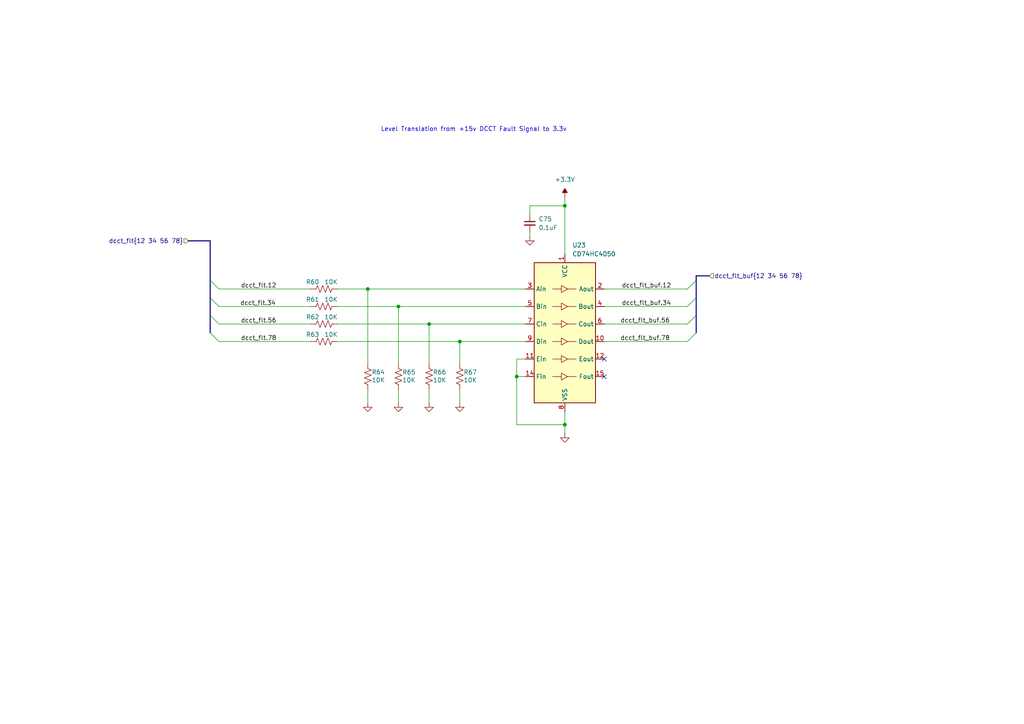
<source format=kicad_sch>
(kicad_sch (version 20250114) (generator "eeschema") (generator_version "9.0")
  (paper "A4")
  (lib_symbols
    (symbol "Device:C_Small" (pin_numbers (hide yes)) (pin_names (offset 0.254) (hide yes))
      (property "Reference" "C" (at 0.254 1.778 0))
      (property "Value" "C_Small" (at 0.254 -2.032 0))
      (symbol "C_Small_0_1"
        (polyline (pts (xy -1.524 0.508) (xy 1.524 0.508)) (stroke (width 0.3048)))
        (polyline (pts (xy -1.524 -0.508) (xy 1.524 -0.508)) (stroke (width 0.3302)))
      )
      (symbol "C_Small_1_1"
        (pin passive line (at 0 2.54 270) (length 2.032) (name "~") (number "1"))
        (pin passive line (at 0 -2.54 90) (length 2.032) (name "~") (number "2"))
      )
    )
    (symbol "Device:R_US" (pin_numbers (hide yes)) (pin_names (offset 0))
      (property "Reference" "R" (at 2.54 0 90))
      (property "Value" "R_US" (at -2.54 0 90))
      (symbol "R_US_0_1"
        (polyline (pts (xy 0 2.286) (xy 0 2.54)))
        (polyline (pts (xy 0 2.286) (xy 1.016 1.905) (xy 0 1.524) (xy -1.016 1.143) (xy 0 0.762)))
        (polyline (pts (xy 0 0.762) (xy 1.016 0.381) (xy 0 0) (xy -1.016 -0.381) (xy 0 -0.762)))
        (polyline (pts (xy 0 -0.762) (xy 1.016 -1.143) (xy 0 -1.524) (xy -1.016 -1.905) (xy 0 -2.286)))
        (polyline (pts (xy 0 -2.286) (xy 0 -2.54)))
      )
      (symbol "R_US_1_1"
        (pin passive line (at 0 3.81 270) (length 1.27) (name "~") (number "1"))
        (pin passive line (at 0 -3.81 90) (length 1.27) (name "~") (number "2"))
      )
    )
    (symbol "power:GND" (power) (pin_numbers (hide yes)) (pin_names (offset 0) (hide yes))
      (property "Value" "GND" (at 0 -3.81 0))
      (symbol "GND_0_1"
        (polyline (pts (xy 0 0) (xy 0 -1.27) (xy 1.27 -1.27) (xy 0 -2.54) (xy -1.27 -1.27) (xy 0 -1.27)))
      )
      (symbol "GND_1_1"
        (pin power_in line (at 0 0 270) (length 0) (name "~") (number "1"))
      )
    )
    (symbol "psc:+3.3V" (power) (pin_numbers (hide yes)) (pin_names (offset 0) (hide yes))
      (property "Value" "+3.3V" (at 0 3.556 0))
      (symbol "+3.3V_0_0"
        (pin power_in line (at 0 0 90) (length 0) (name "~") (number "1"))
      )
      (symbol "+3.3V_0_1"
        (polyline (pts (xy 0 0) (xy 0 1.27) (xy 0.762 1.27) (xy 0 2.54) (xy -0.762 1.27) (xy 0 1.27)) (fill (type outline)))
      )
    )
    (symbol "psc:CD74HC4050PWR"
      (property "Reference" "U" (at -7.62 21.59 0))
      (property "Value" "CD74HC4050" (at 12.7 21.844 0))
      (symbol "CD74HC4050PWR_0_1"
        (polyline (pts (xy -3.556 12.7) (xy -1.016 12.7)))
        (polyline (pts (xy -3.556 7.62) (xy -1.016 7.62)))
        (polyline (pts (xy -3.556 2.54) (xy -1.016 2.54)))
        (polyline (pts (xy -3.556 -2.54) (xy -1.016 -2.54)))
        (polyline (pts (xy -3.556 -7.62) (xy -1.016 -7.62)))
        (polyline (pts (xy -3.556 -12.7) (xy -1.016 -12.7)))
        (polyline (pts (xy 0.762 12.7) (xy 3.302 12.7)))
        (polyline (pts (xy 0.762 7.62) (xy 3.302 7.62)))
        (polyline (pts (xy 0.762 2.54) (xy 3.302 2.54)))
        (polyline (pts (xy 0.762 -2.54) (xy 3.302 -2.54)))
        (polyline (pts (xy 0.762 -7.62) (xy 3.302 -7.62)))
        (polyline (pts (xy 0.762 -12.7) (xy 3.302 -12.7)))
      )
      (symbol "CD74HC4050PWR_1_1"
        (rectangle (start -8.89 20.32) (end 8.89 -20.32) (stroke (width 0.254)) (fill (type background)))
        (polyline (pts (xy 0.762 12.7) (xy -1.016 11.684) (xy -1.016 13.716) (xy 0.762 12.7)))
        (polyline (pts (xy 0.762 7.62) (xy -1.016 6.604) (xy -1.016 8.636) (xy 0.762 7.62)))
        (polyline (pts (xy 0.762 2.54) (xy -1.016 1.524) (xy -1.016 3.556) (xy 0.762 2.54)))
        (polyline (pts (xy 0.762 -2.54) (xy -1.016 -3.556) (xy -1.016 -1.524) (xy 0.762 -2.54)))
        (polyline (pts (xy 0.762 -7.62) (xy -1.016 -8.636) (xy -1.016 -6.604) (xy 0.762 -7.62)))
        (polyline (pts (xy 0.762 -12.7) (xy -1.016 -13.716) (xy -1.016 -11.684) (xy 0.762 -12.7)))
        (pin input line (at -11.43 12.7 0) (length 2.54) (name "Ain") (number "3"))
        (pin input line (at -11.43 7.62 0) (length 2.54) (name "Bin") (number "5"))
        (pin input line (at -11.43 2.54 0) (length 2.54) (name "Cin") (number "7"))
        (pin input line (at -11.43 -2.54 0) (length 2.54) (name "Din") (number "9"))
        (pin input line (at -11.43 -7.62 0) (length 2.54) (name "Ein") (number "11"))
        (pin input line (at -11.43 -12.7 0) (length 2.54) (name "Fin") (number "14"))
        (pin power_in line (at 0 22.86 270) (length 2.54) (name "VCC") (number "1"))
        (pin power_in line (at 0 -22.86 90) (length 2.54) (name "VSS") (number "8"))
        (pin output line (at 11.43 12.7 180) (length 2.54) (name "Aout") (number "2"))
        (pin output line (at 11.43 7.62 180) (length 2.54) (name "Bout") (number "4"))
        (pin output line (at 11.43 2.54 180) (length 2.54) (name "Cout") (number "6"))
        (pin output line (at 11.43 -2.54 180) (length 2.54) (name "Dout") (number "10"))
        (pin output line (at 11.43 -7.62 180) (length 2.54) (name "Eout") (number "12"))
        (pin output line (at 11.43 -12.7 180) (length 2.54) (name "Fout") (number "15"))
      )
    )
  )
  (text "Level Translation from +15v DCCT Fault Signal to 3.3v\n" (at 137.414 37.592 0) (effects (font (size 1.27 1.27))))
  (junction (at 163.83 59.69))
  (junction (at 124.46 93.98))
  (junction (at 115.57 88.9))
  (junction (at 133.35 99.06))
  (junction (at 163.83 123.19))
  (junction (at 106.68 83.82))
  (junction (at 149.86 109.22))
  (no_connect (at 175.26 109.22))
  (no_connect (at 175.26 104.14))
  (bus_entry (at 63.5 83.82) (size -2.54 -2.54))
  (bus_entry (at 63.5 99.06) (size -2.54 -2.54))
  (bus_entry (at 63.5 93.98) (size -2.54 -2.54))
  (bus_entry (at 63.5 88.9) (size -2.54 -2.54))
  (bus_entry (at 199.39 93.98) (size 2.54 -2.54))
  (bus_entry (at 199.39 99.06) (size 2.54 -2.54))
  (bus_entry (at 199.39 88.9) (size 2.54 -2.54))
  (bus_entry (at 199.39 83.82) (size 2.54 -2.54))
  (wire (pts (xy 153.67 59.69) (xy 153.67 62.23)))
  (wire (pts (xy 175.26 83.82) (xy 199.39 83.82)))
  (wire (pts (xy 163.83 125.73) (xy 163.83 123.19)))
  (wire (pts (xy 175.26 99.06) (xy 199.39 99.06)))
  (wire (pts (xy 152.4 104.14) (xy 149.86 104.14)))
  (bus (pts (xy 60.96 91.44) (xy 60.96 96.52)))
  (wire (pts (xy 133.35 116.84) (xy 133.35 113.03)))
  (wire (pts (xy 153.67 68.58) (xy 153.67 67.31)))
  (wire (pts (xy 97.79 93.98) (xy 124.46 93.98)))
  (wire (pts (xy 115.57 116.84) (xy 115.57 113.03)))
  (wire (pts (xy 63.5 99.06) (xy 90.17 99.06)))
  (bus (pts (xy 201.93 80.01) (xy 205.74 80.01)))
  (wire (pts (xy 97.79 83.82) (xy 106.68 83.82)))
  (bus (pts (xy 60.96 91.44) (xy 60.96 86.36)))
  (wire (pts (xy 163.83 57.15) (xy 163.83 59.69)))
  (bus (pts (xy 201.93 81.28) (xy 201.93 80.01)))
  (wire (pts (xy 106.68 83.82) (xy 106.68 105.41)))
  (bus (pts (xy 60.96 81.28) (xy 60.96 69.85)))
  (wire (pts (xy 115.57 88.9) (xy 115.57 105.41)))
  (bus (pts (xy 60.96 81.28) (xy 60.96 86.36)))
  (wire (pts (xy 106.68 116.84) (xy 106.68 113.03)))
  (wire (pts (xy 106.68 83.82) (xy 152.4 83.82)))
  (bus (pts (xy 201.93 91.44) (xy 201.93 86.36)))
  (wire (pts (xy 163.83 123.19) (xy 163.83 119.38)))
  (wire (pts (xy 97.79 88.9) (xy 115.57 88.9)))
  (wire (pts (xy 63.5 93.98) (xy 90.17 93.98)))
  (wire (pts (xy 133.35 99.06) (xy 152.4 99.06)))
  (wire (pts (xy 97.79 99.06) (xy 133.35 99.06)))
  (wire (pts (xy 175.26 88.9) (xy 199.39 88.9)))
  (wire (pts (xy 63.5 83.82) (xy 90.17 83.82)))
  (wire (pts (xy 149.86 109.22) (xy 149.86 123.19)))
  (wire (pts (xy 133.35 99.06) (xy 133.35 105.41)))
  (wire (pts (xy 124.46 116.84) (xy 124.46 113.03)))
  (wire (pts (xy 115.57 88.9) (xy 152.4 88.9)))
  (bus (pts (xy 60.96 69.85) (xy 54.61 69.85)))
  (wire (pts (xy 149.86 104.14) (xy 149.86 109.22)))
  (bus (pts (xy 201.93 91.44) (xy 201.93 96.52)))
  (wire (pts (xy 149.86 123.19) (xy 163.83 123.19)))
  (wire (pts (xy 63.5 88.9) (xy 90.17 88.9)))
  (bus (pts (xy 201.93 81.28) (xy 201.93 86.36)))
  (wire (pts (xy 124.46 93.98) (xy 124.46 105.41)))
  (wire (pts (xy 163.83 59.69) (xy 163.83 73.66)))
  (wire (pts (xy 124.46 93.98) (xy 152.4 93.98)))
  (wire (pts (xy 153.67 59.69) (xy 163.83 59.69)))
  (wire (pts (xy 175.26 93.98) (xy 199.39 93.98)))
  (wire (pts (xy 149.86 109.22) (xy 152.4 109.22)))
  (label "dcct_flt.34" (at 80.01 88.9 180))
  (label "dcct_flt_buf.34" (at 180.34 88.9 0))
  (label "dcct_flt.12" (at 69.85 83.82 0))
  (label "dcct_flt_buf.12" (at 180.34 83.82 0))
  (label "dcct_flt_buf.56" (at 194.31 93.98 180))
  (label "dcct_flt.78" (at 69.85 99.06 0))
  (label "dcct_flt_buf.78" (at 194.31 99.06 180))
  (label "dcct_flt.56" (at 69.85 93.98 0))
  (hierarchical_label "dcct_flt_buf{12 34 56 78}" (shape input) (at 205.74 80.01 0))
  (hierarchical_label "dcct_flt{12 34 56 78}" (shape input) (at 54.61 69.85 180))
  (symbol (lib_id "psc:+3.3V") (at 163.83 57.15 0) (unit 1)
    (property "Reference" "#PWR050" (effects (hide yes)))
    (property "Value" "+3.3V" (at 163.83 52.07 0))
    (property "Description" "Power symbol creates a global label with name \"-15V\"" (effects (hide yes)))
  )
  (symbol (lib_id "psc:CD74HC4050PWR") (at 163.83 96.52 0) (unit 1)
    (property "Reference" "U23" (at 165.9733 71.12 0) (effects (justify left)))
    (property "Value" "CD74HC4050" (at 165.9733 73.66 0) (effects (justify left)))
    (property "Footprint" "myparts:PW16" (effects (hide yes)))
    (property "Datasheet" "http://www.ti.com/lit/ds/symlink/cd4504b.pdf" (effects (hide yes)))
    (property "Description" "IC BUFFER NON-INVERT 6V 16-TSSOP" (effects (hide yes)))
    (property "MFG" "TI" (effects (hide yes)))
    (property "MFG_PN" "CD74HC4050PWR" (effects (hide yes)))
    (property "Cost" "0.37" (effects (hide yes)))
  )
  (symbol (lib_id "Device:R_US") (at 93.98 93.98 90) (unit 1)
    (property "Reference" "R62" (at 90.678 91.948 90))
    (property "Value" "10K" (at 96.012 91.948 90))
    (property "Footprint" "Resistor_SMD:R_0402_1005Metric" (effects (hide yes)))
    (property "Description" "RES SMD 9.53K OHM 1% 1/10W 0402" (effects (hide yes)))
    (property "Tolerance" "1%" (effects (hide yes)))
    (property "MFG" "Panasonic" (effects (hide yes)))
    (property "MFG_PN" "ERJ-2RKF1002X" (effects (hide yes)))
    (property "Cost" "0.01" (effects (hide yes)))
  )
  (symbol (lib_id "Device:R_US") (at 115.57 109.22 0) (unit 1)
    (property "Reference" "R65" (at 118.618 107.95 0))
    (property "Value" "10K" (at 118.618 110.236 0))
    (property "Footprint" "Resistor_SMD:R_0402_1005Metric" (effects (hide yes)))
    (property "Description" "RES SMD 9.53K OHM 1% 1/10W 0402" (effects (hide yes)))
    (property "Tolerance" "1%" (effects (hide yes)))
    (property "MFG" "Panasonic" (effects (hide yes)))
    (property "MFG_PN" "ERJ-2RKF1002X" (effects (hide yes)))
    (property "Cost" "0.01" (effects (hide yes)))
  )
  (symbol (lib_id "power:GND") (at 115.57 116.84 0) (unit 1)
    (property "Reference" "#PWR0227" (effects (hide yes)))
    (property "Value" "GND" (effects (hide yes)))
    (property "Description" "Power symbol creates a global label with name \"GND\" , ground" (effects (hide yes)))
  )
  (symbol (lib_id "power:GND") (at 163.83 125.73 0) (unit 1)
    (property "Reference" "#PWR0224" (effects (hide yes)))
    (property "Value" "GND" (effects (hide yes)))
    (property "Description" "Power symbol creates a global label with name \"GND\" , ground" (effects (hide yes)))
  )
  (symbol (lib_id "Device:R_US") (at 133.35 109.22 0) (unit 1)
    (property "Reference" "R67" (at 136.398 107.95 0))
    (property "Value" "10K" (at 136.398 110.236 0))
    (property "Footprint" "Resistor_SMD:R_0402_1005Metric" (effects (hide yes)))
    (property "Description" "RES SMD 9.53K OHM 1% 1/10W 0402" (effects (hide yes)))
    (property "Tolerance" "1%" (effects (hide yes)))
    (property "MFG" "Panasonic" (effects (hide yes)))
    (property "MFG_PN" "ERJ-2RKF1002X" (effects (hide yes)))
    (property "Cost" "0.01" (effects (hide yes)))
  )
  (symbol (lib_id "Device:R_US") (at 106.68 109.22 0) (unit 1)
    (property "Reference" "R64" (at 109.728 107.95 0))
    (property "Value" "10K" (at 109.728 110.236 0))
    (property "Footprint" "Resistor_SMD:R_0402_1005Metric" (effects (hide yes)))
    (property "Description" "RES SMD 9.53K OHM 1% 1/10W 0402" (effects (hide yes)))
    (property "Tolerance" "1%" (effects (hide yes)))
    (property "MFG" "Panasonic" (effects (hide yes)))
    (property "MFG_PN" "ERJ-2RKF1002X" (effects (hide yes)))
    (property "Cost" "0.01" (effects (hide yes)))
  )
  (symbol (lib_id "Device:R_US") (at 124.46 109.22 0) (unit 1)
    (property "Reference" "R66" (at 127.508 107.95 0))
    (property "Value" "10K" (at 127.508 110.236 0))
    (property "Footprint" "Resistor_SMD:R_0402_1005Metric" (effects (hide yes)))
    (property "Description" "RES SMD 9.53K OHM 1% 1/10W 0402" (effects (hide yes)))
    (property "Tolerance" "1%" (effects (hide yes)))
    (property "MFG" "Panasonic" (effects (hide yes)))
    (property "MFG_PN" "ERJ-2RKF1002X" (effects (hide yes)))
    (property "Cost" "0.01" (effects (hide yes)))
  )
  (symbol (lib_id "power:GND") (at 153.67 68.58 0) (unit 1)
    (property "Reference" "#PWR0225" (effects (hide yes)))
    (property "Value" "GND" (effects (hide yes)))
    (property "Description" "Power symbol creates a global label with name \"GND\" , ground" (effects (hide yes)))
  )
  (symbol (lib_id "power:GND") (at 106.68 116.84 0) (unit 1)
    (property "Reference" "#PWR0226" (effects (hide yes)))
    (property "Value" "GND" (effects (hide yes)))
    (property "Description" "Power symbol creates a global label with name \"GND\" , ground" (effects (hide yes)))
  )
  (symbol (lib_id "Device:R_US") (at 93.98 99.06 90) (unit 1)
    (property "Reference" "R63" (at 90.678 97.028 90))
    (property "Value" "10K" (at 96.012 97.028 90))
    (property "Footprint" "Resistor_SMD:R_0402_1005Metric" (effects (hide yes)))
    (property "Description" "RES SMD 9.53K OHM 1% 1/10W 0402" (effects (hide yes)))
    (property "Tolerance" "1%" (effects (hide yes)))
    (property "MFG" "Panasonic" (effects (hide yes)))
    (property "MFG_PN" "ERJ-2RKF1002X" (effects (hide yes)))
    (property "Cost" "0.01" (effects (hide yes)))
  )
  (symbol (lib_id "Device:C_Small") (at 153.67 64.77 0) (unit 1)
    (property "Reference" "C75" (at 156.21 63.5062 0) (effects (justify left)))
    (property "Value" "0.1uF" (at 156.21 66.0462 0) (effects (justify left)))
    (property "Footprint" "Capacitor_SMD:C_0402_1005Metric" (effects (hide yes)))
    (property "Description" "CAP CER 0.1UF 25V X5R 0402" (effects (hide yes)))
    (property "MFG" "Taiyo Yuden" (effects (hide yes)))
    (property "MFG_PN" "TMK105BJ104KV-F" (effects (hide yes)))
    (property "Cost" ".01" (effects (hide yes)))
  )
  (symbol (lib_id "Device:R_US") (at 93.98 88.9 90) (unit 1)
    (property "Reference" "R61" (at 90.678 86.868 90))
    (property "Value" "10K" (at 96.012 86.868 90))
    (property "Footprint" "Resistor_SMD:R_0402_1005Metric" (effects (hide yes)))
    (property "Description" "RES SMD 9.53K OHM 1% 1/10W 0402" (effects (hide yes)))
    (property "Tolerance" "1%" (effects (hide yes)))
    (property "MFG" "Panasonic" (effects (hide yes)))
    (property "MFG_PN" "ERJ-2RKF1002X" (effects (hide yes)))
    (property "Cost" "0.01" (effects (hide yes)))
  )
  (symbol (lib_id "power:GND") (at 124.46 116.84 0) (unit 1)
    (property "Reference" "#PWR0228" (effects (hide yes)))
    (property "Value" "GND" (effects (hide yes)))
    (property "Description" "Power symbol creates a global label with name \"GND\" , ground" (effects (hide yes)))
  )
  (symbol (lib_id "power:GND") (at 133.35 116.84 0) (unit 1)
    (property "Reference" "#PWR0229" (effects (hide yes)))
    (property "Value" "GND" (effects (hide yes)))
    (property "Description" "Power symbol creates a global label with name \"GND\" , ground" (effects (hide yes)))
  )
  (symbol (lib_id "Device:R_US") (at 93.98 83.82 90) (unit 1)
    (property "Reference" "R60" (at 90.678 81.788 90))
    (property "Value" "10K" (at 96.012 81.788 90))
    (property "Footprint" "Resistor_SMD:R_0402_1005Metric" (effects (hide yes)))
    (property "Description" "RES SMD 9.53K OHM 1% 1/10W 0402" (effects (hide yes)))
    (property "Tolerance" "1%" (effects (hide yes)))
    (property "MFG" "Panasonic" (effects (hide yes)))
    (property "MFG_PN" "ERJ-2RKF1002X" (effects (hide yes)))
    (property "Cost" "0.01" (effects (hide yes)))
  )
)
</source>
